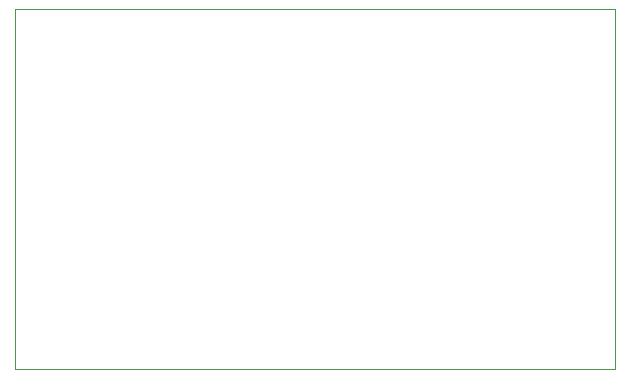
<source format=gm1>
%TF.GenerationSoftware,KiCad,Pcbnew,8.0.8*%
%TF.CreationDate,2025-02-04T21:51:43-04:00*%
%TF.ProjectId,ATMega328P-512K-Datalogger-4L,41544d65-6761-4333-9238-502d3531324b,1*%
%TF.SameCoordinates,Original*%
%TF.FileFunction,Profile,NP*%
%FSLAX46Y46*%
G04 Gerber Fmt 4.6, Leading zero omitted, Abs format (unit mm)*
G04 Created by KiCad (PCBNEW 8.0.8) date 2025-02-04 21:51:43*
%MOMM*%
%LPD*%
G01*
G04 APERTURE LIST*
%TA.AperFunction,Profile*%
%ADD10C,0.050000*%
%TD*%
G04 APERTURE END LIST*
D10*
X122682000Y-86830000D02*
X173482000Y-86830000D01*
X173482000Y-117310000D01*
X122682000Y-117310000D01*
X122682000Y-86830000D01*
M02*

</source>
